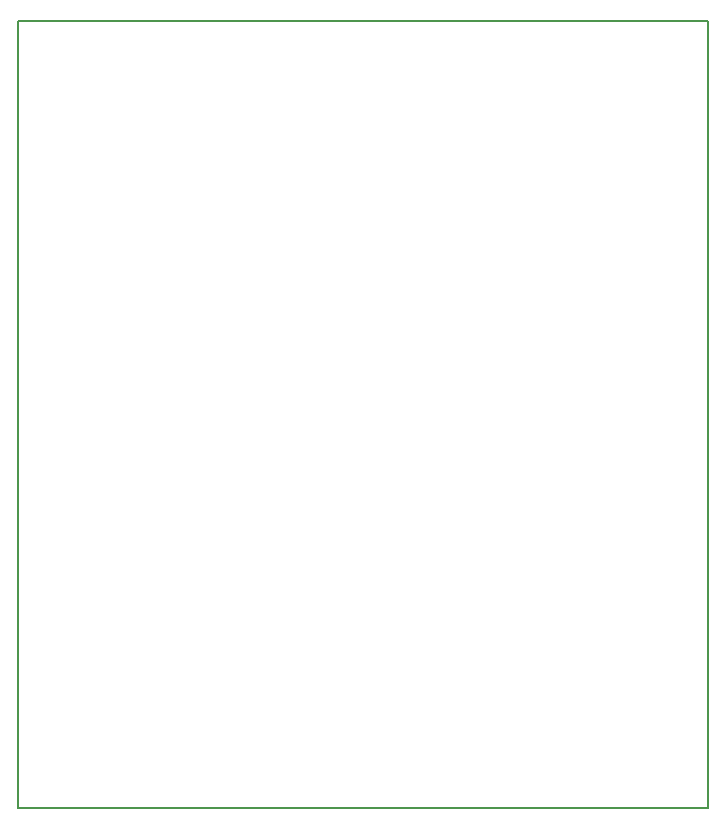
<source format=gbr>
G04 #@! TF.FileFunction,Profile,NP*
%FSLAX46Y46*%
G04 Gerber Fmt 4.6, Leading zero omitted, Abs format (unit mm)*
G04 Created by KiCad (PCBNEW 4.0.1-stable) date 29-05-2017 19:13:36*
%MOMM*%
G01*
G04 APERTURE LIST*
%ADD10C,0.100000*%
%ADD11C,0.150000*%
G04 APERTURE END LIST*
D10*
D11*
X267335000Y-155575000D02*
X208915000Y-155575000D01*
X267335000Y-88900000D02*
X267335000Y-155575000D01*
X208915000Y-88900000D02*
X267335000Y-88900000D01*
X208915000Y-155575000D02*
X208915000Y-88900000D01*
M02*

</source>
